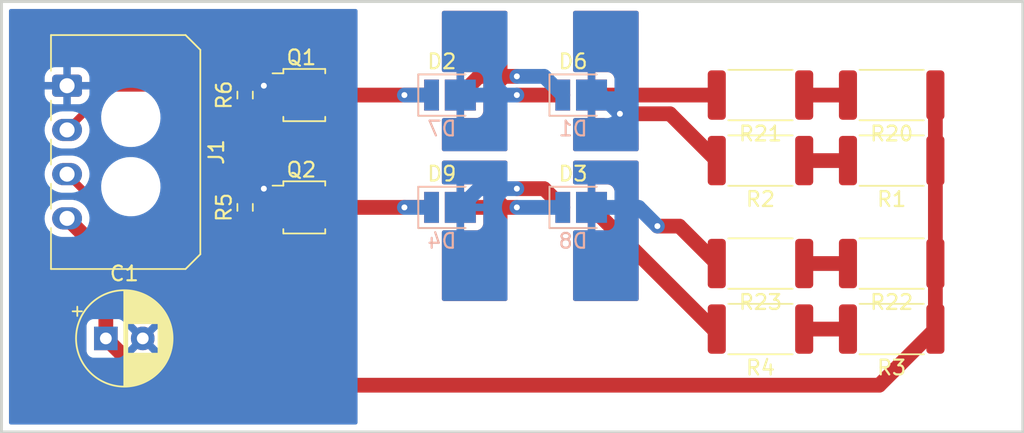
<source format=kicad_pcb>
(kicad_pcb (version 20211014) (generator pcbnew)
  (layers (0 "F.Cu" signal) (31 "B.Cu" signal) (34 "B.Paste" user) (35 "F.Paste" user) (36 "B.SilkS" user "B.Silkscreen") (37 "F.SilkS" user "F.Silkscreen") (38 "B.Mask" user) (39 "F.Mask" user) (44 "Edge.Cuts" user))
  (net 0 "")
  (net 1 "+12V")
  (net 2 "GND")
  (net 3 "Net-(D1-Pad2)")
  (net 4 "Net-(D3-Pad2)")
  (net 5 "Net-(R1-Pad2)")
  (net 6 "Net-(R3-Pad2)")
  (net 7 "Net-(D1-Pad1)")
  (net 8 "Net-(D3-Pad1)")
  (net 9 "Net-(D6-Pad1)")
  (net 10 "Net-(D6-Pad2)")
  (net 11 "Net-(D7-Pad1)")
  (net 12 "Net-(D8-Pad1)")
  (net 13 "Net-(D8-Pad2)")
  (net 14 "Net-(D9-Pad1)")
  (net 15 "/RED_LED_ON")
  (net 16 "/GREEN_LED_ON")
  (net 17 "Net-(R20-Pad2)")
  (net 18 "Net-(R22-Pad2)")
  (footprint "Resistor_SMD:R_2512_6332Metric" (layer "F.Cu") (at 118.745 133.35 180)
    (fp_text reference "R20" (at 0 -2.62) (layer "F.SilkS"))
    (fp_text value "27")
    (fp_line (start -2.177064 1.71) (end 2.177064 1.71) (layer "F.SilkS") (width 0.12))
    (fp_line (start -2.177064 -1.71) (end 2.177064 -1.71) (layer "F.SilkS") (width 0.12))
    (pad "1" smd roundrect (at -2.9625 0 180) (size 1.225 3.35) (layers "F.Cu" "F.Paste" "F.Mask") (roundrect_rratio 0.204082) (net 1 "+12V"))
    (pad "2" smd roundrect (at 2.9625 0 180) (size 1.225 3.35) (layers "F.Cu" "F.Paste" "F.Mask") (roundrect_rratio 0.204082) (net 17 "Net-(R20-Pad2)"))
  )
  (footprint "Package_TO_SOT_SMD:LFPAK33" (layer "F.Cu") (at 78.74 133.35)
    (fp_text reference "Q1" (at 0 -2.55) (layer "F.SilkS"))
    (fp_text value "BUK7M9R5-40H")
    (fp_line (start -1.22 -1.77) (end -1.22 -1.475) (layer "F.SilkS") (width 0.12))
    (fp_line (start 1.62 -1.77) (end -1.22 -1.77) (layer "F.SilkS") (width 0.12))
    (fp_line (start -1.22 1.77) (end 1.62 1.77) (layer "F.SilkS") (width 0.12))
    (fp_line (start -1.95 -1.475) (end -1.22 -1.475) (layer "F.SilkS") (width 0.12))
    (fp_line (start 1.62 -1.475) (end 1.62 -1.77) (layer "F.SilkS") (width 0.12))
    (fp_line (start 1.62 1.77) (end 1.62 1.475) (layer "F.SilkS") (width 0.12))
    (fp_line (start -1.22 1.475) (end -1.22 1.77) (layer "F.SilkS") (width 0.12))
    (pad "1" smd rect (at -1.535 -0.975) (size 0.83 0.4) (layers "F.Cu" "F.Mask") (net 2 "GND"))
    (pad "2" smd rect (at -1.535 -0.325) (size 0.83 0.4) (layers "F.Cu" "F.Mask") (net 2 "GND"))
    (pad "3" smd rect (at -1.535 0.325) (size 0.83 0.4) (layers "F.Cu" "F.Mask") (net 2 "GND"))
    (pad "4" smd rect (at -1.535 0.975) (size 0.83 0.4) (layers "F.Cu" "F.Mask") (net 15 "/RED_LED_ON"))
    (pad "5" smd custom (at 0.405 0) (size 1.85 2.25) (layers "F.Cu" "F.Mask") (net 11 "Net-(D7-Pad1)") (options (clearance outline) (anchor rect)) (primitives (gr_poly (pts (xy 1.545 -0.775) (xy 0.925 -0.775) (xy 0.925 -1.175) (xy 1.545 -1.175)) (width 0) (fill yes)) (gr_poly (pts (xy 1.545 -0.125) (xy 0.925 -0.125) (xy 0.925 -0.525) (xy 1.545 -0.525)) (width 0) (fill yes)) (gr_poly (pts (xy 1.545 0.525) (xy 0.925 0.525) (xy 0.925 0.125) (xy 1.545 0.125)) (width 0) (fill yes)) (gr_poly (pts (xy 1.545 1.175) (xy 0.925 1.175) (xy 0.925 0.775) (xy 1.545 0.775)) (width 0) (fill yes))))
  )
  (footprint "Connector_Molex:Molex_Micro-Fit_3.0_43650-0400_1x04_P3.00mm_Horizontal" (layer "F.Cu") (at 62.865 132.715 -90)
    (fp_text reference "J1" (at 4.5 -10.12 90) (layer "F.SilkS"))
    (fp_text value "Conn_01x04")
    (fp_line (start -3.435 -8.03) (end -2.435 -9.03) (layer "F.SilkS") (width 0.12))
    (fp_line (start 1.01 1.09) (end 2.348233 1.09) (layer "F.SilkS") (width 0.12))
    (fp_line (start 3.651767 1.09) (end 5.348233 1.09) (layer "F.SilkS") (width 0.12))
    (fp_line (start -3.435 1.09) (end -3.435 -8.03) (layer "F.SilkS") (width 0.12))
    (fp_line (start -2.435 -9.03) (end 11.435 -9.03) (layer "F.SilkS") (width 0.12))
    (fp_line (start 12.435 -8.03) (end 12.435 1.09) (layer "F.SilkS") (width 0.12))
    (fp_line (start 11.435 -9.03) (end 12.435 -8.03) (layer "F.SilkS") (width 0.12))
    (fp_line (start 6.651767 1.09) (end 8.348233 1.09) (layer "F.SilkS") (width 0.12))
    (fp_line (start -3.435 1.09) (end -1.01 1.09) (layer "F.SilkS") (width 0.12))
    (fp_line (start 12.435 1.09) (end 9.651767 1.09) (layer "F.SilkS") (width 0.12))
    (pad "" np_thru_hole circle (at 6.85 -4.32 270) (size 3 3) (drill 3) (layers *.Cu *.Mask))
    (pad "" np_thru_hole circle (at 2.15 -4.32 270) (size 3 3) (drill 3) (layers *.Cu *.Mask))
    (pad "1" thru_hole roundrect (at 0 0 270) (size 1.5 2.02) (drill 1.02) (layers *.Cu *.Mask) (roundrect_rratio 0.166667) (net 2 "GND"))
    (pad "2" thru_hole oval (at 3 0 270) (size 1.5 2.02) (drill 1.02) (layers *.Cu *.Mask) (net 15 "/RED_LED_ON"))
    (pad "3" thru_hole oval (at 6 0 270) (size 1.5 2.02) (drill 1.02) (layers *.Cu *.Mask) (net 16 "/GREEN_LED_ON"))
    (pad "4" thru_hole oval (at 9 0 270) (size 1.5 2.02) (drill 1.02) (layers *.Cu *.Mask) (net 1 "+12V"))
  )
  (footprint "Resistor_SMD:R_0603_1608Metric" (layer "F.Cu") (at 74.93 140.97 90)
    (fp_text reference "R5" (at 0 -1.43 90) (layer "F.SilkS"))
    (fp_text value "10k")
    (fp_line (start -0.237258 -0.5225) (end 0.237258 -0.5225) (layer "F.SilkS") (width 0.12))
    (fp_line (start -0.237258 0.5225) (end 0.237258 0.5225) (layer "F.SilkS") (width 0.12))
    (pad "1" smd roundrect (at -0.825 0 90) (size 0.8 0.95) (layers "F.Cu" "F.Paste" "F.Mask") (net 16 "/GREEN_LED_ON"))
    (pad "2" smd roundrect (at 0.825 0 90) (size 0.8 0.95) (layers "F.Cu" "F.Paste" "F.Mask") (net 2 "GND"))
  )
  (footprint "Resistor_SMD:R_2512_6332Metric" (layer "F.Cu") (at 109.855 137.795 180)
    (fp_text reference "R2" (at 0 -2.62) (layer "F.SilkS"))
    (fp_text value "27")
    (fp_line (start -2.177064 -1.71) (end 2.177064 -1.71) (layer "F.SilkS") (width 0.12))
    (fp_line (start -2.177064 1.71) (end 2.177064 1.71) (layer "F.SilkS") (width 0.12))
    (pad "1" smd roundrect (at -2.9625 0 180) (size 1.225 3.35) (layers "F.Cu" "F.Paste" "F.Mask") (roundrect_rratio 0.204082) (net 5 "Net-(R1-Pad2)"))
    (pad "2" smd roundrect (at 2.9625 0 180) (size 1.225 3.35) (layers "F.Cu" "F.Paste" "F.Mask") (roundrect_rratio 0.204082) (net 3 "Net-(D1-Pad2)"))
  )
  (footprint "footprints:Wurth_WL-SMTW" (layer "F.Cu") (at 88.265 140.97)
    (fp_text reference "D9" (at 0 -2.28) (layer "F.SilkS"))
    (fp_text value "150283GS73103")
    (fp_line (start -1.6 1.4) (end 1.6 1.4) (layer "F.SilkS") (width 0.12))
    (fp_line (start 1.6 -1.4) (end -1.6 -1.4) (layer "F.SilkS") (width 0.12))
    (fp_line (start -1.6 -1.4) (end -1.6 1.4) (layer "F.SilkS") (width 0.12))
    (pad "1" smd rect (at -0.7 0) (size 1 2.1) (layers "F.Cu" "F.Paste" "F.Mask") (net 14 "Net-(D9-Pad1)"))
    (pad "2" smd rect (at 1.25 0) (size 2.1 2.1) (layers "F.Cu" "F.Paste" "F.Mask") (net 12 "Net-(D8-Pad1)"))
  )
  (footprint "Resistor_SMD:R_2512_6332Metric" (layer "F.Cu") (at 118.745 149.225 180)
    (fp_text reference "R3" (at 0 -2.62) (layer "F.SilkS"))
    (fp_text value "27")
    (fp_line (start -2.177064 -1.71) (end 2.177064 -1.71) (layer "F.SilkS") (width 0.12))
    (fp_line (start -2.177064 1.71) (end 2.177064 1.71) (layer "F.SilkS") (width 0.12))
    (pad "1" smd roundrect (at -2.9625 0 180) (size 1.225 3.35) (layers "F.Cu" "F.Paste" "F.Mask") (roundrect_rratio 0.204082) (net 1 "+12V"))
    (pad "2" smd roundrect (at 2.9625 0 180) (size 1.225 3.35) (layers "F.Cu" "F.Paste" "F.Mask") (roundrect_rratio 0.204082) (net 6 "Net-(R3-Pad2)"))
  )
  (footprint "footprints:Wurth_WL-SMTW" (layer "F.Cu") (at 97.155 140.97)
    (fp_text reference "D3" (at 0 -2.28) (layer "F.SilkS"))
    (fp_text value "150283GS73103")
    (fp_line (start -1.6 -1.4) (end -1.6 1.4) (layer "F.SilkS") (width 0.12))
    (fp_line (start -1.6 1.4) (end 1.6 1.4) (layer "F.SilkS") (width 0.12))
    (fp_line (start 1.6 -1.4) (end -1.6 -1.4) (layer "F.SilkS") (width 0.12))
    (pad "1" smd rect (at -0.7 0) (size 1 2.1) (layers "F.Cu" "F.Paste" "F.Mask") (net 8 "Net-(D3-Pad1)"))
    (pad "2" smd rect (at 1.25 0) (size 2.1 2.1) (layers "F.Cu" "F.Paste" "F.Mask") (net 4 "Net-(D3-Pad2)"))
  )
  (footprint "Resistor_SMD:R_2512_6332Metric" (layer "F.Cu") (at 118.745 144.78 180)
    (fp_text reference "R22" (at 0 -2.62) (layer "F.SilkS"))
    (fp_text value "27")
    (fp_line (start -2.177064 1.71) (end 2.177064 1.71) (layer "F.SilkS") (width 0.12))
    (fp_line (start -2.177064 -1.71) (end 2.177064 -1.71) (layer "F.SilkS") (width 0.12))
    (pad "1" smd roundrect (at -2.9625 0 180) (size 1.225 3.35) (layers "F.Cu" "F.Paste" "F.Mask") (roundrect_rratio 0.204082) (net 1 "+12V"))
    (pad "2" smd roundrect (at 2.9625 0 180) (size 1.225 3.35) (layers "F.Cu" "F.Paste" "F.Mask") (roundrect_rratio 0.204082) (net 18 "Net-(R22-Pad2)"))
  )
  (footprint "Resistor_SMD:R_2512_6332Metric" (layer "F.Cu") (at 109.855 149.225 180)
    (fp_text reference "R4" (at 0 -2.62) (layer "F.SilkS"))
    (fp_text value "27")
    (fp_line (start -2.177064 1.71) (end 2.177064 1.71) (layer "F.SilkS") (width 0.12))
    (fp_line (start -2.177064 -1.71) (end 2.177064 -1.71) (layer "F.SilkS") (width 0.12))
    (pad "1" smd roundrect (at -2.9625 0 180) (size 1.225 3.35) (layers "F.Cu" "F.Paste" "F.Mask") (roundrect_rratio 0.204082) (net 6 "Net-(R3-Pad2)"))
    (pad "2" smd roundrect (at 2.9625 0 180) (size 1.225 3.35) (layers "F.Cu" "F.Paste" "F.Mask") (roundrect_rratio 0.204082) (net 4 "Net-(D3-Pad2)"))
  )
  (footprint "Resistor_SMD:R_2512_6332Metric" (layer "F.Cu") (at 109.855 144.78 180)
    (fp_text reference "R23" (at 0 -2.62) (layer "F.SilkS"))
    (fp_text value "27")
    (fp_line (start -2.177064 1.71) (end 2.177064 1.71) (layer "F.SilkS") (width 0.12))
    (fp_line (start -2.177064 -1.71) (end 2.177064 -1.71) (layer "F.SilkS") (width 0.12))
    (pad "1" smd roundrect (at -2.9625 0 180) (size 1.225 3.35) (layers "F.Cu" "F.Paste" "F.Mask") (roundrect_rratio 0.204082) (net 18 "Net-(R22-Pad2)"))
    (pad "2" smd roundrect (at 2.9625 0 180) (size 1.225 3.35) (layers "F.Cu" "F.Paste" "F.Mask") (roundrect_rratio 0.204082) (net 13 "Net-(D8-Pad2)"))
  )
  (footprint "Resistor_SMD:R_2512_6332Metric" (layer "F.Cu") (at 109.855 133.35 180)
    (fp_text reference "R21" (at 0 -2.62) (layer "F.SilkS"))
    (fp_text value "27")
    (fp_line (start -2.177064 1.71) (end 2.177064 1.71) (layer "F.SilkS") (width 0.12))
    (fp_line (start -2.177064 -1.71) (end 2.177064 -1.71) (layer "F.SilkS") (width 0.12))
    (pad "1" smd roundrect (at -2.9625 0 180) (size 1.225 3.35) (layers "F.Cu" "F.Paste" "F.Mask") (roundrect_rratio 0.204082) (net 17 "Net-(R20-Pad2)"))
    (pad "2" smd roundrect (at 2.9625 0 180) (size 1.225 3.35) (layers "F.Cu" "F.Paste" "F.Mask") (roundrect_rratio 0.204082) (net 10 "Net-(D6-Pad2)"))
  )
  (footprint "Resistor_SMD:R_0603_1608Metric" (layer "F.Cu") (at 74.93 133.35 90)
    (fp_text reference "R6" (at 0 -1.43 90) (layer "F.SilkS"))
    (fp_text value "10k")
    (fp_line (start -0.237258 -0.5225) (end 0.237258 -0.5225) (layer "F.SilkS") (width 0.12))
    (fp_line (start -0.237258 0.5225) (end 0.237258 0.5225) (layer "F.SilkS") (width 0.12))
    (pad "1" smd roundrect (at -0.825 0 90) (size 0.8 0.95) (layers "F.Cu" "F.Paste" "F.Mask") (net 15 "/RED_LED_ON"))
    (pad "2" smd roundrect (at 0.825 0 90) (size 0.8 0.95) (layers "F.Cu" "F.Paste" "F.Mask") (net 2 "GND"))
  )
  (footprint "Resistor_SMD:R_2512_6332Metric" (layer "F.Cu") (at 118.745 137.795 180)
    (fp_text reference "R1" (at 0 -2.62) (layer "F.SilkS"))
    (fp_text value "27")
    (fp_line (start -2.177064 1.71) (end 2.177064 1.71) (layer "F.SilkS") (width 0.12))
    (fp_line (start -2.177064 -1.71) (end 2.177064 -1.71) (layer "F.SilkS") (width 0.12))
    (pad "1" smd roundrect (at -2.9625 0 180) (size 1.225 3.35) (layers "F.Cu" "F.Paste" "F.Mask") (roundrect_rratio 0.204082) (net 1 "+12V"))
    (pad "2" smd roundrect (at 2.9625 0 180) (size 1.225 3.35) (layers "F.Cu" "F.Paste" "F.Mask") (roundrect_rratio 0.204082) (net 5 "Net-(R1-Pad2)"))
  )
  (footprint "Package_TO_SOT_SMD:LFPAK33" (layer "F.Cu") (at 78.74 140.97)
    (fp_text reference "Q2" (at 0 -2.55) (layer "F.SilkS"))
    (fp_text value "BUK7M9R5-40H")
    (fp_line (start -1.95 -1.475) (end -1.22 -1.475) (layer "F.SilkS") (width 0.12))
    (fp_line (start 1.62 1.77) (end 1.62 1.475) (layer "F.SilkS") (width 0.12))
    (fp_line (start -1.22 -1.77) (end -1.22 -1.475) (layer "F.SilkS") (width 0.12))
    (fp_line (start -1.22 1.77) (end 1.62 1.77) (layer "F.SilkS") (width 0.12))
    (fp_line (start -1.22 1.475) (end -1.22 1.77) (layer "F.SilkS") (width 0.12))
    (fp_line (start 1.62 -1.475) (end 1.62 -1.77) (layer "F.SilkS") (width 0.12))
    (fp_line (start 1.62 -1.77) (end -1.22 -1.77) (layer "F.SilkS") (width 0.12))
    (pad "1" smd rect (at -1.535 -0.975) (size 0.83 0.4) (layers "F.Cu" "F.Mask") (net 2 "GND"))
    (pad "2" smd rect (at -1.535 -0.325) (size 0.83 0.4) (layers "F.Cu" "F.Mask") (net 2 "GND"))
    (pad "3" smd rect (at -1.535 0.325) (size 0.83 0.4) (layers "F.Cu" "F.Mask") (net 2 "GND"))
    (pad "4" smd rect (at -1.535 0.975) (size 0.83 0.4) (layers "F.Cu" "F.Mask") (net 16 "/GREEN_LED_ON"))
    (pad "5" smd custom (at 0.405 0) (size 1.85 2.25) (layers "F.Cu" "F.Mask") (net 14 "Net-(D9-Pad1)") (options (clearance outline) (anchor rect)) (primitives (gr_poly (pts (xy 1.545 -0.775) (xy 0.925 -0.775) (xy 0.925 -1.175) (xy 1.545 -1.175)) (width 0) (fill yes)) (gr_poly (pts (xy 1.545 -0.125) (xy 0.925 -0.125) (xy 0.925 -0.525) (xy 1.545 -0.525)) (width 0) (fill yes)) (gr_poly (pts (xy 1.545 0.525) (xy 0.925 0.525) (xy 0.925 0.125) (xy 1.545 0.125)) (width 0) (fill yes)) (gr_poly (pts (xy 1.545 1.175) (xy 0.925 1.175) (xy 0.925 0.775) (xy 1.545 0.775)) (width 0) (fill yes))))
  )
  (footprint "Capacitor_THT:CP_Radial_D6.3mm_P2.50mm" (layer "F.Cu") (at 65.492621 149.86)
    (fp_text reference "C1" (at 1.25 -4.4) (layer "F.SilkS"))
    (fp_text value "100u")
    (fp_line (start 1.25 -3.23) (end 1.25 3.23) (layer "F.SilkS") (width 0.12))
    (fp_line (start 2.171 -3.098) (end 2.171 -1.04) (layer "F.SilkS") (width 0.12))
    (fp_line (start 2.971 1.04) (end 2.971 2.742) (layer "F.SilkS") (width 0.12))
    (fp_line (start 3.251 1.04) (end 3.251 2.548) (layer "F.SilkS") (width 0.12))
    (fp_line (start 2.131 -3.11) (end 2.131 -1.04) (layer "F.SilkS") (width 0.12))
    (fp_line (start 3.291 -2.516) (end 3.291 -1.04) (layer "F.SilkS") (width 0.12))
    (fp_line (start 2.371 1.04) (end 2.371 3.033) (layer "F.SilkS") (width 0.12))
    (fp_line (start 3.731 -2.092) (end 3.731 2.092) (layer "F.SilkS") (width 0.12))
    (fp_line (start 3.971 -1.776) (end 3.971 1.776) (layer "F.SilkS") (width 0.12))
    (fp_line (start 2.731 -2.876) (end 2.731 -1.04) (layer "F.SilkS") (width 0.12))
    (fp_line (start 2.331 -3.047) (end 2.331 -1.04) (layer "F.SilkS") (width 0.12))
    (fp_line (start 3.211 1.04) (end 3.211 2.578) (layer "F.SilkS") (width 0.12))
    (fp_line (start 3.371 1.04) (end 3.371 2.45) (layer "F.SilkS") (width 0.12))
    (fp_line (start 2.611 -2.934) (end 2.611 -1.04) (layer "F.SilkS") (width 0.12))
    (fp_line (start 2.651 1.04) (end 2.651 2.916) (layer "F.SilkS") (width 0.12))
    (fp_line (start 1.69 1.04) (end 1.69 3.201) (layer "F.SilkS") (width 0.12))
    (fp_line (start 1.77 1.04) (end 1.77 3.189) (layer "F.SilkS") (width 0.12))
    (fp_line (start 1.85 1.04) (end 1.85 3.175) (layer "F.SilkS") (width 0.12))
    (fp_line (start 3.131 1.04) (end 3.131 2.636) (layer "F.SilkS") (width 0.12))
    (fp_line (start 3.491 1.04) (end 3.491 2.343) (layer "F.SilkS") (width 0.12))
    (fp_line (start 3.611 -2.224) (end 3.611 2.224) (layer "F.SilkS") (width 0.12))
    (fp_line (start 2.251 1.04) (end 2.251 3.074) (layer "F.SilkS") (width 0.12))
    (fp_line (start 2.891 1.04) (end 2.891 2.79) (layer "F.SilkS") (width 0.12))
    (fp_line (start 2.411 -3.018) (end 2.411 -1.04) (layer "F.SilkS") (width 0.12))
    (fp_line (start 3.331 1.04) (end 3.331 2.484) (layer "F.SilkS") (width 0.12))
    (fp_line (start 2.691 -2.896) (end 2.691 -1.04) (layer "F.SilkS") (width 0.12))
    (fp_line (start 2.971 -2.742) (end 2.971 -1.04) (layer "F.SilkS") (width 0.12))
    (fp_line (start 1.89 1.04) (end 1.89 3.167) (layer "F.SilkS") (width 0.12))
    (fp_line (start 3.531 1.04) (end 3.531 2.305) (layer "F.SilkS") (width 0.12))
    (fp_line (start 2.931 1.04) (end 2.931 2.766) (layer "F.SilkS") (width 0.12))
    (fp_line (start -2.250241 -1.839) (end -1.620241 -1.839) (layer "F.SilkS") (width 0.12))
    (fp_line (start 2.411 1.04) (end 2.411 3.018) (layer "F.SilkS") (width 0.12))
    (fp_line (start 1.89 -3.167) (end 1.89 -1.04) (layer "F.SilkS") (width 0.12))
    (fp_line (start 1.81 1.04) (end 1.81 3.182) (layer "F.SilkS") (width 0.12))
    (fp_line (start 2.651 -2.916) (end 2.651 -1.04) (layer "F.SilkS") (width 0.12))
    (fp_line (start 3.171 1.04) (end 3.171 2.607) (layer "F.SilkS") (width 0.12))
    (fp_line (start 3.131 -2.636) (end 3.131 -1.04) (layer "F.SilkS") (width 0.12))
    (fp_line (start 2.491 1.04) (end 2.491 2.986) (layer "F.SilkS") (width 0.12))
    (fp_line (start 1.77 -3.189) (end 1.77 -1.04) (layer "F.SilkS") (width 0.12))
    (fp_line (start 3.691 -2.137) (end 3.691 2.137) (layer "F.SilkS") (width 0.12))
    (fp_line (start 2.011 1.04) (end 2.011 3.141) (layer "F.SilkS") (width 0.12))
    (fp_line (start 2.051 -3.131) (end 2.051 -1.04) (layer "F.SilkS") (width 0.12))
    (fp_line (start 2.931 -2.766) (end 2.931 -1.04) (layer "F.SilkS") (width 0.12))
    (fp_line (start 2.771 1.04) (end 2.771 2.856) (layer "F.SilkS") (width 0.12))
    (fp_line (start 1.49 1.04) (end 1.49 3.222) (layer "F.SilkS") (width 0.12))
    (fp_line (start 1.53 1.04) (end 1.53 3.218) (layer "F.SilkS") (width 0.12))
    (fp_line (start 1.73 1.04) (end 1.73 3.195) (layer "F.SilkS") (width 0.12))
    (fp_line (start -1.935241 -2.154) (end -1.935241 -1.524) (layer "F.SilkS") (width 0.12))
    (fp_line (start 2.811 -2.834) (end 2.811 -1.04) (layer "F.SilkS") (width 0.12))
    (fp_line (start 3.811 -1.995) (end 3.811 1.995) (layer "F.SilkS") (width 0.12))
    (fp_line (start 1.65 1.04) (end 1.65 3.206) (layer "F.SilkS") (width 0.12))
    (fp_line (start 1.69 -3.201) (end 1.69 -1.04) (layer "F.SilkS") (width 0.12))
    (fp_line (start 3.051 1.04) (end 3.051 2.69) (layer "F.SilkS") (width 0.12))
    (fp_line (start 1.33 -3.23) (end 1.33 3.23) (layer "F.SilkS") (width 0.12))
    (fp_line (start 2.171 1.04) (end 2.171 3.098) (layer "F.SilkS") (width 0.12))
    (fp_line (start 2.291 1.04) (end 2.291 3.061) (layer "F.SilkS") (width 0.12))
    (fp_line (start 3.851 -1.944) (end 3.851 1.944) (layer "F.SilkS") (width 0.12))
    (fp_line (start 3.011 1.04) (end 3.011 2.716) (layer "F.SilkS") (width 0.12))
    (fp_line (start 2.331 1.04) (end 2.331 3.047) (layer "F.SilkS") (width 0.12))
    (fp_line (start 4.091 -1.581) (end 4.091 1.581) (layer "F.SilkS") (width 0.12))
    (fp_line (start 1.81 -3.182) (end 1.81 -1.04) (layer "F.SilkS") (width 0.12))
    (fp_line (start 1.57 -3.215) (end 1.57 -1.04) (layer "F.SilkS") (width 0.12))
    (fp_line (start 1.73 -3.195) (end 1.73 -1.04) (layer "F.SilkS") (width 0.12))
    (fp_line (start 3.891 -1.89) (end 3.891 1.89) (layer "F.SilkS") (width 0.12))
    (fp_line (start 1.93 -3.159) (end 1.93 -1.04) (layer "F.SilkS") (width 0.12))
    (fp_line (start 2.891 -2.79) (end 2.891 -1.04) (layer "F.SilkS") (width 0.12))
    (fp_line (start 4.131 -1.509) (end 4.131 1.509) (layer "F.SilkS") (width 0.12))
    (fp_line (start 3.451 1.04) (end 3.451 2.38) (layer "F.SilkS") (width 0.12))
    (fp_line (start 2.731 1.04) (end 2.731 2.876) (layer "F.SilkS") (width 0.12))
    (fp_line (start 2.091 1.04) (end 2.091 3.121) (layer "F.SilkS") (width 0.12))
    (fp_line (start 1.85 -3.175) (end 1.85 -1.04) (layer "F.SilkS") (width 0.12))
    (fp_line (start 2.771 -2.856) (end 2.771 -1.04) (layer "F.SilkS") (width 0.12))
    (fp_line (start 2.251 -3.074) (end 2.251 -1.04) (layer "F.SilkS") (width 0.12))
    (fp_line (start 2.851 -2.812) (end 2.851 -1.04) (layer "F.SilkS") (width 0.12))
    (fp_line (start 2.371 -3.033) (end 2.371 -1.04) (layer "F.SilkS") (width 0.12))
    (fp_line (start 2.531 -2.97) (end 2.531 -1.04) (layer "F.SilkS") (width 0.12))
    (fp_line (start 3.171 -2.607) (end 3.171 -1.04) (layer "F.SilkS") (width 0.12))
    (fp_line (start 2.851 1.04) (end 2.851 2.812) (layer "F.SilkS") (width 0.12))
    (fp_line (start 1.49 -3.222) (end 1.49 -1.04) (layer "F.SilkS") (width 0.12))
    (fp_line (start 4.251 -1.262) (end 4.251 1.262) (layer "F.SilkS") (width 0.12))
    (fp_line (start 2.571 1.04) (end 2.571 2.952) (layer "F.SilkS") (width 0.12))
    (fp_line (start 1.65 -3.206) (end 1.65 -1.04) (layer "F.SilkS") (width 0.12))
    (fp_line (start 3.931 -1.834) (end 3.931 1.834) (layer "F.SilkS") (width 0.12))
    (fp_line (start 1.61 1.04) (end 1.61 3.211) (layer "F.SilkS") (width 0.12))
    (fp_line (start 1.41 -3.227) (end 1.41 3.227) (layer "F.SilkS") (width 0.12))
    (fp_line (start 2.211 -3.086) (end 2.211 -1.04) (layer "F.SilkS") (width 0.12))
    (fp_line (start 2.611 1.04) (end 2.611 2.934) (layer "F.SilkS") (width 0.12))
    (fp_line (start 3.331 -2.484) (end 3.331 -1.04) (layer "F.SilkS") (width 0.12))
    (fp_line (start 4.171 -1.432) (end 4.171 1.432) (layer "F.SilkS") (width 0.12))
    (fp_line (start 2.531 1.04) (end 2.531 2.97) (layer "F.SilkS") (width 0.12))
    (fp_line (start 2.571 -2.952) (end 2.571 -1.04) (layer "F.SilkS") (width 0.12))
    (fp_line (start 1.37 -3.228) (end 1.37 3.228) (layer "F.SilkS") (width 0.12))
    (fp_line (start 1.93 1.04) (end 1.93 3.159) (layer "F.SilkS") (width 0.12))
    (fp_line (start 2.491 -2.986) (end 2.491 -1.04) (layer "F.SilkS") (width 0.12))
    (fp_line (start 4.331 -1.059) (end 4.331 1.059) (layer "F.SilkS") (width 0.12))
    (fp_line (start 3.371 -2.45) (end 3.371 -1.04) (layer "F.SilkS") (width 0.12))
    (fp_line (start 1.53 -3.218) (end 1.53 -1.04) (layer "F.SilkS") (width 0.12))
    (fp_line (start 3.451 -2.38) (end 3.451 -1.04) (layer "F.SilkS") (width 0.12))
    (fp_line (start 1.61 -3.211) (end 1.61 -1.04) (layer "F.SilkS") (width 0.12))
    (fp_line (start 4.051 -1.65) (end 4.051 1.65) (layer "F.SilkS") (width 0.12))
    (fp_line (start 3.531 -2.305) (end 3.531 -1.04) (layer "F.SilkS") (width 0.12))
    (fp_line (start 3.771 -2.044) (end 3.771 2.044) (layer "F.SilkS") (width 0.12))
    (fp_line (start 2.131 1.04) (end 2.131 3.11) (layer "F.SilkS") (width 0.12))
    (fp_line (start 1.971 -3.15) (end 1.971 -1.04) (layer "F.SilkS") (width 0.12))
    (fp_line (start 1.971 1.04) (end 1.971 3.15) (layer "F.SilkS") (width 0.12))
    (fp_line (start 2.051 1.04) (end 2.051 3.131) (layer "F.SilkS") (width 0.12))
    (fp_line (start 1.45 -3.224) (end 1.45 3.224) (layer "F.SilkS") (width 0.12))
    (fp_line (start 3.651 -2.182) (end 3.651 2.182) (layer "F.SilkS") (width 0.12))
    (fp_line (start 3.211 -2.578) (end 3.211 -1.04) (layer "F.SilkS") (width 0.12))
    (fp_line (start 3.091 1.04) (end 3.091 2.664) (layer "F.SilkS") (width 0.12))
    (fp_line (start 3.571 -2.265) (end 3.571 2.265) (layer "F.SilkS") (width 0.12))
    (fp_line (start 2.811 1.04) (end 2.811 2.834) (layer "F.SilkS") (width 0.12))
    (fp_line (start 3.411 1.04) (end 3.411 2.416) (layer "F.SilkS") (width 0.12))
    (fp_line (start 4.371 -0.94) (end 4.371 0.94) (layer "F.SilkS") (width 0.12))
    (fp_line (start 3.251 -2.548) (end 3.251 -1.04) (layer "F.SilkS") (width 0.12))
    (fp_line (start 3.051 -2.69) (end 3.051 -1.04) (layer "F.SilkS") (width 0.12))
    (fp_line (start 2.451 -3.002) (end 2.451 -1.04) (layer "F.SilkS") (width 0.12))
    (fp_line (start 4.011 -1.714) (end 4.011 1.714) (layer "F.SilkS") (width 0.12))
    (fp_line (start 1.29 -3.23) (end 1.29 3.23) (layer "F.SilkS") (width 0.12))
    (fp_line (start 3.411 -2.416) (end 3.411 -1.04) (layer "F.SilkS") (width 0.12))
    (fp_line (start 4.451 -0.633) (end 4.451 0.633) (layer "F.SilkS") (width 0.12))
    (fp_line (start 3.491 -2.343) (end 3.491 -1.04) (layer "F.SilkS") (width 0.12))
    (fp_line (start 2.451 1.04) (end 2.451 3.002) (layer "F.SilkS") (width 0.12))
    (fp_line (start 2.691 1.04) (end 2.691 2.896) (layer "F.SilkS") (width 0.12))
    (fp_line (start 4.211 -1.35) (end 4.211 1.35) (layer "F.SilkS") (width 0.12))
    (fp_line (start 4.291 -1.165) (end 4.291 1.165) (layer "F.SilkS") (width 0.12))
    (fp_line (start 4.491 -0.402) (end 4.491 0.402) (layer "F.SilkS") (width 0.12))
    (fp_line (start 1.57 1.04) (end 1.57 3.215) (layer "F.SilkS") (width 0.12))
    (fp_line (start 3.011 -2.716) (end 3.011 -1.04) (layer "F.SilkS") (width 0.12))
    (fp_line (start 2.291 -3.061) (end 2.291 -1.04) (layer "F.SilkS") (width 0.12))
    (fp_line (start 2.091 -3.121) (end 2.091 -1.04) (layer "F.SilkS") (width 0.12))
    (fp_line (start 3.291 1.04) (end 3.291 2.516) (layer "F.SilkS") (width 0.12))
    (fp_line (start 4.411 -0.802) (end 4.411 0.802) (layer "F.SilkS") (width 0.12))
    (fp_line (start 2.011 -3.141) (end 2.011 -1.04) (layer "F.SilkS") (width 0.12))
    (fp_line (start 3.091 -2.664) (end 3.091 -1.04) (layer "F.SilkS") (width 0.12))
    (fp_line (start 2.211 1.04) (end 2.211 3.086) (layer "F.SilkS") (width 0.12))
    (fp_circle (center 1.25 0) (end 4.52 0) (layer "F.SilkS") (width 0.12) (fill none))
    (pad "1" thru_hole rect (at 0 0) (size 1.6 1.6) (drill 0.8) (layers *.Cu *.Mask) (net 1 "+12V"))
    (pad "2" thru_hole circle (at 2.5 0) (size 1.6 1.6) (drill 0.8) (layers *.Cu *.Mask) (net 2 "GND"))
  )
  (footprint "footprints:Wurth_WL-SMTW" (layer "F.Cu") (at 88.265 133.35)
    (fp_text reference "D2" (at 0 -2.28) (layer "F.SilkS"))
    (fp_text value "150283RS73103")
    (fp_line (start -1.6 -1.4) (end -1.6 1.4) (layer "F.SilkS") (width 0.12))
    (fp_line (start -1.6 1.4) (end 1.6 1.4) (layer "F.SilkS") (width 0.12))
    (fp_line (start 1.6 -1.4) (end -1.6 -1.4) (layer "F.SilkS") (width 0.12))
    (pad "1" smd rect (at -0.7 0) (size 1 2.1) (layers "F.Cu" "F.Paste" "F.Mask") (net 11 "Net-(D7-Pad1)"))
    (pad "2" smd rect (at 1.25 0) (size 2.1 2.1) (layers "F.Cu" "F.Paste" "F.Mask") (net 7 "Net-(D1-Pad1)"))
  )
  (footprint "footprints:Wurth_WL-SMTW" (layer "F.Cu") (at 97.155 133.35)
    (fp_text reference "D6" (at 0 -2.28) (layer "F.SilkS"))
    (fp_text value "150283RS73103")
    (fp_line (start -1.6 -1.4) (end -1.6 1.4) (layer "F.SilkS") (width 0.12))
    (fp_line (start 1.6 -1.4) (end -1.6 -1.4) (layer "F.SilkS") (width 0.12))
    (fp_line (start -1.6 1.4) (end 1.6 1.4) (layer "F.SilkS") (width 0.12))
    (pad "1" smd rect (at -0.7 0) (size 1 2.1) (layers "F.Cu" "F.Paste" "F.Mask") (net 9 "Net-(D6-Pad1)"))
    (pad "2" smd rect (at 1.25 0) (size 2.1 2.1) (layers "F.Cu" "F.Paste" "F.Mask") (net 10 "Net-(D6-Pad2)"))
  )
  (footprint "footprints:Wurth_WL-SMTW" (layer "B.Cu") (at 97.155 133.35)
    (fp_text reference "D1" (at 0 2.28) (layer "B.SilkS") (effects (justify mirror)))
    (fp_text value "150283RS73103")
    (fp_line (start 1.6 1.4) (end -1.6 1.4) (layer "B.SilkS") (width 0.12))
    (fp_line (start -1.6 1.4) (end -1.6 -1.4) (layer "B.SilkS") (width 0.12))
    (fp_line (start -1.6 -1.4) (end 1.6 -1.4) (layer "B.SilkS") (width 0.12))
    (pad "1" smd rect (at -0.7 0) (size 1 2.1) (layers "B.Cu" "B.Paste" "B.Mask") (net 7 "Net-(D1-Pad1)"))
    (pad "2" smd rect (at 1.25 0) (size 2.1 2.1) (layers "B.Cu" "B.Paste" "B.Mask") (net 3 "Net-(D1-Pad2)"))
  )
  (footprint "footprints:Wurth_WL-SMTW" (layer "B.Cu") (at 97.155 140.97)
    (fp_text reference "D8" (at 0 2.28) (layer "B.SilkS") (effects (justify mirror)))
    (fp_text value "150283GS73103")
    (fp_line (start 1.6 1.4) (end -1.6 1.4) (layer "B.SilkS") (width 0.12))
    (fp_line (start -1.6 1.4) (end -1.6 -1.4) (layer "B.SilkS") (width 0.12))
    (fp_line (start -1.6 -1.4) (end 1.6 -1.4) (layer "B.SilkS") (width 0.12))
    (pad "1" smd rect (at -0.7 0) (size 1 2.1) (layers "B.Cu" "B.Paste" "B.Mask") (net 12 "Net-(D8-Pad1)"))
    (pad "2" smd rect (at 1.25 0) (size 2.1 2.1) (layers "B.Cu" "B.Paste" "B.Mask") (net 13 "Net-(D8-Pad2)"))
  )
  (footprint "footprints:Wurth_WL-SMTW" (layer "B.Cu") (at 88.265 140.97)
    (fp_text reference "D4" (at 0 2.28) (layer "B.SilkS") (effects (justify mirror)))
    (fp_text value "150283GS73103")
    (fp_line (start -1.6 -1.4) (end 1.6 -1.4) (layer "B.SilkS") (width 0.12))
    (fp_line (start -1.6 1.4) (end -1.6 -1.4) (layer "B.SilkS") (width 0.12))
    (fp_line (start 1.6 1.4) (end -1.6 1.4) (layer "B.SilkS") (width 0.12))
    (pad "1" smd rect (at -0.7 0) (size 1 2.1) (layers "B.Cu" "B.Paste" "B.Mask") (net 14 "Net-(D9-Pad1)"))
    (pad "2" smd rect (at 1.25 0) (size 2.1 2.1) (layers "B.Cu" "B.Paste" "B.Mask") (net 8 "Net-(D3-Pad1)"))
  )
  (footprint "footprints:Wurth_WL-SMTW" (layer "B.Cu") (at 88.265 133.35)
    (fp_text reference "D7" (at 0 2.28) (layer "B.SilkS") (effects (justify mirror)))
    (fp_text value "150283RS73103")
    (fp_line (start -1.6 1.4) (end -1.6 -1.4) (layer "B.SilkS") (width 0.12))
    (fp_line (start 1.6 1.4) (end -1.6 1.4) (layer "B.SilkS") (width 0.12))
    (fp_line (start -1.6 -1.4) (end 1.6 -1.4) (layer "B.SilkS") (width 0.12))
    (pad "1" smd rect (at -0.7 0) (size 1 2.1) (layers "B.Cu" "B.Paste" "B.Mask") (net 11 "Net-(D7-Pad1)"))
    (pad "2" smd rect (at 1.25 0) (size 2.1 2.1) (layers "B.Cu" "B.Paste" "B.Mask") (net 9 "Net-(D6-Pad1)"))
  )
  (gr_rect (start 58.42 127) (end 127.635 156.21) (layer "Edge.Cuts") (width 0.2) (fill none))
  (segment (start 65.492621 144.342621) (end 62.865 141.715) (width 1) (layer "F.Cu") (net 1))
  (segment (start 121.7075 149.225) (end 117.8975 153.035) (width 1) (layer "F.Cu") (net 1))
  (segment (start 121.7075 137.795) (end 121.7075 144.78) (width 1) (layer "F.Cu") (net 1))
  (segment (start 121.7075 144.78) (end 121.7075 149.225) (width 1) (layer "F.Cu") (net 1))
  (segment (start 68.667621 153.035) (end 65.492621 149.86) (width 1) (layer "F.Cu") (net 1))
  (segment (start 117.8975 153.035) (end 68.667621 153.035) (width 1) (layer "F.Cu") (net 1))
  (segment (start 121.7075 133.35) (end 121.7075 137.795) (width 1) (layer "F.Cu") (net 1))
  (segment (start 65.492621 149.86) (end 65.492621 144.342621) (width 1) (layer "F.Cu") (net 1))
  (segment (start 77.205 139.995) (end 76.495 139.995) (width 0.5) (layer "F.Cu") (net 2))
  (segment (start 77.205 132.375) (end 76.54 132.375) (width 0.5) (layer "F.Cu") (net 2))
  (segment (start 77.205 133.025) (end 77.205 133.675) (width 0.25) (layer "F.Cu") (net 2))
  (segment (start 75.755 140.145) (end 76.2 139.7) (width 0.25) (layer "F.Cu") (net 2))
  (segment (start 77.205 133.025) (end 77.205 132.375) (width 0.5) (layer "F.Cu") (net 2))
  (segment (start 77.205 141.295) (end 77.205 140.645) (width 0.25) (layer "F.Cu") (net 2))
  (segment (start 76.495 139.995) (end 76.2 139.7) (width 0.5) (layer "F.Cu") (net 2))
  (segment (start 74.93 140.145) (end 75.755 140.145) (width 0.25) (layer "F.Cu") (net 2))
  (segment (start 77.205 140.645) (end 77.205 139.995) (width 0.5) (layer "F.Cu") (net 2))
  (segment (start 76.01 132.525) (end 76.2 132.715) (width 0.25) (layer "F.Cu") (net 2))
  (segment (start 76.54 132.375) (end 76.2 132.715) (width 0.5) (layer "F.Cu") (net 2))
  (segment (start 74.93 132.525) (end 76.01 132.525) (width 0.25) (layer "F.Cu") (net 2))
  (via (at 76.2 132.715) (size 0.8) (drill 0.4) (layers "F.Cu" "B.Cu") (net 2))
  (via (at 76.2 139.7) (size 0.8) (drill 0.4) (layers "F.Cu" "B.Cu") (net 2))
  (segment (start 103.7175 134.62) (end 106.8925 137.795) (width 1) (layer "F.Cu") (net 3))
  (segment (start 100.33 134.62) (end 103.7175 134.62) (width 1) (layer "F.Cu") (net 3))
  (via (at 100.33 134.62) (size 0.8) (drill 0.4) (layers "F.Cu" "B.Cu") (net 3))
  (segment (start 98.405 133.35) (end 99.06 133.35) (width 1) (layer "B.Cu") (net 3))
  (segment (start 99.06 133.35) (end 100.33 134.62) (width 1) (layer "B.Cu") (net 3))
  (segment (start 106.66 149.225) (end 98.405 140.97) (width 1) (layer "F.Cu") (net 4))
  (segment (start 106.8925 149.225) (end 106.66 149.225) (width 1) (layer "F.Cu") (net 4))
  (segment (start 112.8175 137.795) (end 115.7825 137.795) (width 1) (layer "F.Cu") (net 5))
  (segment (start 112.8175 149.225) (end 115.7825 149.225) (width 1) (layer "F.Cu") (net 6))
  (segment (start 93.345 132.08) (end 90.785 132.08) (width 1) (layer "F.Cu") (net 7))
  (segment (start 90.785 132.08) (end 89.515 133.35) (width 1) (layer "F.Cu") (net 7))
  (via (at 93.345 132.08) (size 0.8) (drill 0.4) (layers "F.Cu" "B.Cu") (net 7))
  (segment (start 93.345 132.08) (end 95.185 132.08) (width 1) (layer "B.Cu") (net 7))
  (segment (start 95.185 132.08) (end 96.455 133.35) (width 1) (layer "B.Cu") (net 7))
  (segment (start 93.345 139.7) (end 95.185 139.7) (width 1) (layer "F.Cu") (net 8))
  (segment (start 95.185 139.7) (end 96.455 140.97) (width 1) (layer "F.Cu") (net 8))
  (via (at 93.345 139.7) (size 0.8) (drill 0.4) (layers "F.Cu" "B.Cu") (net 8))
  (segment (start 90.785 139.7) (end 89.515 140.97) (width 1) (layer "B.Cu") (net 8))
  (segment (start 93.345 139.7) (end 90.785 139.7) (width 1) (layer "B.Cu") (net 8))
  (segment (start 93.345 133.35) (end 96.455 133.35) (width 1) (layer "F.Cu") (net 9))
  (via (at 93.345 133.35) (size 0.8) (drill 0.4) (layers "F.Cu" "B.Cu") (net 9))
  (segment (start 89.515 133.35) (end 93.345 133.35) (width 1) (layer "B.Cu") (net 9))
  (segment (start 98.405 133.35) (end 106.8925 133.35) (width 1) (layer "F.Cu") (net 10))
  (segment (start 79.145 133.35) (end 87.565 133.35) (width 1) (layer "F.Cu") (net 11))
  (via (at 85.725 133.35) (size 0.8) (drill 0.4) (layers "F.Cu" "B.Cu") (net 11))
  (segment (start 85.725 133.35) (end 87.565 133.35) (width 1) (layer "B.Cu") (net 11))
  (segment (start 89.515 140.97) (end 93.345 140.97) (width 1) (layer "F.Cu") (net 12))
  (via (at 93.345 140.97) (size 0.8) (drill 0.4) (layers "F.Cu" "B.Cu") (net 12))
  (segment (start 93.345 140.97) (end 96.455 140.97) (width 1) (layer "B.Cu") (net 12))
  (segment (start 104.3525 142.24) (end 106.8925 144.78) (width 1) (layer "F.Cu") (net 13))
  (segment (start 102.87 142.24) (end 104.3525 142.24) (width 1) (layer "F.Cu") (net 13))
  (via (at 102.87 142.24) (size 0.8) (drill 0.4) (layers "F.Cu" "B.Cu") (net 13))
  (segment (start 101.6 140.97) (end 98.405 140.97) (width 1) (layer "B.Cu") (net 13))
  (segment (start 102.87 142.24) (end 101.6 140.97) (width 1) (layer "B.Cu") (net 13))
  (segment (start 85.725 140.97) (end 87.565 140.97) (width 1) (layer "F.Cu") (net 14))
  (segment (start 79.145 140.97) (end 85.725 140.97) (width 1) (layer "F.Cu") (net 14))
  (via (at 85.725 140.97) (size 0.8) (drill 0.4) (layers "F.Cu" "B.Cu") (net 14))
  (segment (start 87.565 140.97) (end 85.725 140.97) (width 1) (layer "B.Cu") (net 14))
  (segment (start 72.540479 132.865479) (end 73.85 134.175) (width 0.25) (layer "F.Cu") (net 15))
  (segment (start 75.08 134.325) (end 77.205 134.325) (width 0.25) (layer "F.Cu") (net 15))
  (segment (start 74.93 134.175) (end 75.08 134.325) (width 0.25) (layer "F.Cu") (net 15))
  (segment (start 65.714521 132.865479) (end 72.540479 132.865479) (width 0.5) (layer "F.Cu") (net 15))
  (segment (start 73.85 134.175) (end 74.93 134.175) (width 0.25) (layer "F.Cu") (net 15))
  (segment (start 62.865 135.715) (end 65.714521 132.865479) (width 0.5) (layer "F.Cu") (net 15))
  (segment (start 74.93 141.795) (end 75.08 141.945) (width 0.25) (layer "F.Cu") (net 16))
  (segment (start 74.78 141.945) (end 74.93 141.795) (width 0.25) (layer "F.Cu") (net 16))
  (segment (start 75.08 141.945) (end 77.205 141.945) (width 0.25) (layer "F.Cu") (net 16))
  (segment (start 62.865 138.715) (end 66.095 141.945) (width 0.5) (layer "F.Cu") (net 16))
  (segment (start 66.095 141.945) (end 74.78 141.945) (width 0.25) (layer "F.Cu") (net 16))
  (segment (start 112.8175 133.35) (end 115.7825 133.35) (width 1) (layer "F.Cu") (net 17))
  (segment (start 112.8175 144.78) (end 115.7825 144.78) (width 1) (layer "F.Cu") (net 18))
  (zone (net 12) (net_name "Net-(D8-Pad1)") (layer "F.Cu") (connect_pads (clearance 0.508)) (min_thickness 0.254) (fill yes (thermal_gap 0.508) (thermal_bridge_width 0.508))
    (polygon (pts (xy 92.71 147.32) (xy 88.265 147.32) (xy 88.265 137.795) (xy 92.71 137.795)))
  )
  (zone (net 7) (net_name "Net-(D1-Pad1)") (layer "F.Cu") (connect_pads (clearance 0.508)) (min_thickness 0.254) (fill yes (thermal_gap 0.508) (thermal_bridge_width 0.508))
    (polygon (pts (xy 92.71 137.16) (xy 88.265 137.16) (xy 88.265 127.635) (xy 92.71 127.635)))
  )
  (zone (net 4) (net_name "Net-(D3-Pad2)") (layer "F.Cu") (connect_pads (clearance 0.508)) (min_thickness 0.254) (fill yes (thermal_gap 0.508) (thermal_bridge_width 0.508))
    (polygon (pts (xy 101.6 147.32) (xy 97.155 147.32) (xy 97.155 137.795) (xy 101.6 137.795)))
  )
  (zone (net 10) (net_name "Net-(D6-Pad2)") (layer "F.Cu") (connect_pads (clearance 0.508)) (min_thickness 0.254) (fill yes (thermal_gap 0.508) (thermal_bridge_width 0.508))
    (polygon (pts (xy 101.6 137.16) (xy 97.155 137.16) (xy 97.155 127.635) (xy 101.6 127.635)))
  )
  (zone (net 8) (net_name "Net-(D3-Pad1)") (layer "B.Cu") (connect_pads (clearance 0.508)) (min_thickness 0.254) (fill yes (thermal_gap 0.508) (thermal_bridge_width 0.508))
    (polygon (pts (xy 92.71 147.32) (xy 88.265 147.32) (xy 88.265 137.795) (xy 92.71 137.795)))
  )
  (zone (net 13) (net_name "Net-(D8-Pad2)") (layer "B.Cu") (connect_pads (clearance 0.508)) (min_thickness 0.254) (fill yes (thermal_gap 0.508) (thermal_bridge_width 0.508))
    (polygon (pts (xy 101.6 147.32) (xy 97.155 147.32) (xy 97.155 137.795) (xy 101.6 137.795)))
  )
  (zone (net 2) (net_name "GND") (layer "B.Cu") (connect_pads (clearance 0.508)) (min_thickness 0.254) (fill yes (thermal_gap 0.508) (thermal_bridge_width 0.508))
    (polygon (pts (xy 82.55 156.21) (xy 58.42 156.21) (xy 58.42 127) (xy 82.55 127)))
  )
  (zone (net 3) (net_name "Net-(D1-Pad2)") (layer "B.Cu") (connect_pads (clearance 0.508)) (min_thickness 0.254) (fill yes (thermal_gap 0.508) (thermal_bridge_width 0.508))
    (polygon (pts (xy 101.6 137.16) (xy 97.155 137.16) (xy 97.155 127.635) (xy 101.6 127.635)))
  )
  (zone (net 9) (net_name "Net-(D6-Pad1)") (layer "B.Cu") (connect_pads (clearance 0.508)) (min_thickness 0.254) (fill yes (thermal_gap 0.508) (thermal_bridge_width 0.508))
    (polygon (pts (xy 92.71 137.16) (xy 88.265 137.16) (xy 88.265 127.635) (xy 92.71 127.635)))
  )
)
</source>
